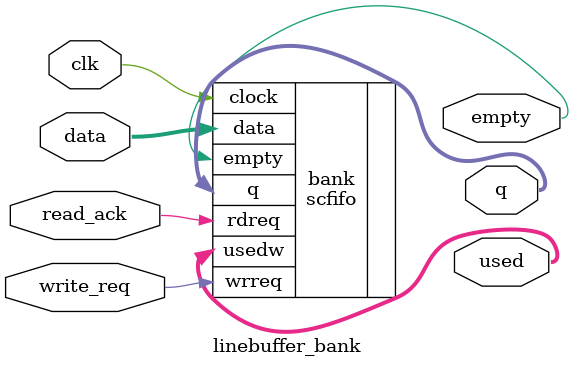
<source format=v>
module linebuffer (
    input wire clk_vid,

    input wire vsync_in,
    input wire hsync_in,

    input wire ce_pix,
    input wire disable_pix,
    input wire [23:0] rgb_in,

    output wire vsync_out,
    output wire hsync_out,
	 output   reg [2:0] slot,
    output reg de,
    output reg [23:0] rgb_out
);

  // If 0, outputting bank 0, writing bank 1
  // If 1, outputting bank 1, writing bank 0
  reg output_bank_select = 0;

  reg bank_read_ack;
  reg bank_write;

  wire [23:0] bank0_q;
  wire [23:0] bank1_q;

  wire [9:0] bank0_used;
  wire [9:0] bank1_used;

  wire bank0_empty;
  wire bank1_empty;

  linebuffer_bank bank0 (
      .clk(clk_vid),

      .data(rgb_in),
      .read_ack(bank_read_ack && ~output_bank_select),
      .write_req(bank_write && output_bank_select),

      .q(bank0_q),
      .empty(bank0_empty),
      .used(bank0_used)
  );

  linebuffer_bank bank1 (
      .clk(clk_vid),

      .data(rgb_in),
      .read_ack(bank_read_ack && output_bank_select),
      .write_req(bank_write && ~output_bank_select),

      .q(bank1_q),
      .empty(bank1_empty),
      .used(bank1_used)
  );

  wire bank_empty = output_bank_select ? bank1_empty : bank0_empty;
  wire [23:0] bank_q = output_bank_select ? bank1_q : bank0_q;
  wire [9:0] bank_line_width = ~output_bank_select ? bank1_used : bank0_used;

  // Incoming video data
  reg prev_hsync_in = 0;
  reg prev_vsync_in = 0;
  reg prev_disable_pix = 0;

  /// The number of pixels drawn in the last line (latched)
  reg [9:0] output_line_width;
  /// The number of lines drawn (only content, not empty)
  reg [9:0] output_line;

  reg [3:0] enable_delay = 0;
  reg [3:0] border_delay = 0;

  reg line_224 = 0;
  reg [9:0] expected_line_count = 0;

  always @(posedge clk_vid) begin
    prev_hsync_in <= hsync_in;
    prev_vsync_in <= vsync_in;
    prev_disable_pix <= disable_pix;

    bank_write <= 0;

    if (vsync_in && ~prev_vsync_in) begin
      line_224 <= output_line < 231;
      expected_line_count <= output_line < 231 ? 224 : 240;
    end

    if (hsync_in && ~prev_hsync_in) begin
      // Hsync, switch banks
      output_bank_select <= ~output_bank_select;

      // Latch width of new output bank
      output_line_width  <= bank_line_width > 0 ? bank_line_width : output_line_width;
    end

    // Handle the weird timing of borders
    if (~disable_pix && prev_disable_pix) begin
      // Falling edge of border
      enable_delay <= 3;
    end else if (disable_pix && ~prev_disable_pix) begin
      // Rising edge of border
      border_delay <= 4;
    end else if (ce_pix) begin
      if (border_delay > 0) begin
        border_delay <= border_delay - 1;
      end

      if (~disable_pix || border_delay > 0) begin
        if (enable_delay > 0) begin
          enable_delay <= enable_delay - 1;
        end else begin
          // Delay finished, draw pixel
          bank_write <= 1;
        end
      end
    end
  end

  // Outgoing video data
  reg prev_de = 0;

  reg [3:0] hs_delay = 0;
  reg [8:0] border_start_offset = 0;
  reg [8:0] border_end_offset = 0;
  reg line_started = 0;
  reg prev_line_started = 0;

  /// Whether or not this line is empty
  reg line_empty = 0;
  /// The number of "empty" (black) lines drawn
  reg [9:0] line_empty_count = 0;

  /// Total lines drawn to the screen (including empty black lines)
  reg [9:0] total_rendered_count;

  reg [9:0] expected_line_width;


  always @(*) begin
    if (output_line_width < 280) begin
      expected_line_width <= 10'd256;
      slot <= 0;
    end else if (output_line_width < 380) begin
      expected_line_width <= 10'd360;
      slot <= 1;
    end else begin
      expected_line_width <= 10'd512;
      slot <= 2;
    end
  end

  wire [9:0] width_diff = expected_line_width > output_line_width ? expected_line_width - output_line_width : 0  /* synthesis keep */;
  // Divide by 2 and round up
  wire [8:0] calculated_border = width_diff[0] ? width_diff[9:1] + 1 : width_diff[9:1]  /* synthesis keep */;

  wire [23:0] video_slot_rgb = {7'b0, slot, line_224, 10'b0, 3'b0};

  always @(posedge clk_vid) begin
    bank_read_ack <= 0;
    de <= 0;
    rgb_out <= 0;

    if (hs_delay > 0) begin
      hs_delay <= hs_delay - 1;
    end

    if (~prev_vsync_in && vsync_in) begin
      // Reset line_started
      line_started <= 0;

      prev_line_started <= 0;
      total_rendered_count <= 0;
      output_line <= 0;
    end else if (~prev_hsync_in && hsync_in) begin
      // HSync went high. Delay by 6 vid cycles to prevent overlapping with VSync
      hs_delay <= 15;
      line_started <= 0;

      prev_line_started <= line_started;

      border_start_offset <= 0;
      border_end_offset <= 0;

      line_empty <= 0;
      line_empty_count <= 0;
    end

    if (hs_delay == 1 && bank_empty && prev_line_started && total_rendered_count < expected_line_count) begin
      // Right before draw, and no pixels, and previous line drew. This line will be empty
      line_empty <= 1;
      total_rendered_count <= total_rendered_count + 1;
    end

    if (line_empty && line_empty_count < expected_line_width) begin
      // Empty line, draw pixels up until expected_line_width
      de <= 1;
      rgb_out <= 0;
      line_started <= 1;
      // Make sure we don't draw extra border pixels
      border_end_offset <= calculated_border;

      line_empty_count <= line_empty_count + 1;
    end else if (calculated_border == 0 && hs_delay == 1 && ~bank_empty) begin
      // If no border, set read ack high one pixel early
      bank_read_ack <= 1;
      total_rendered_count <= total_rendered_count + 1;
      output_line <= output_line + 1;
    end else if (hs_delay == 0 && ~bank_empty) begin
      // Write out video data
      de <= 1;

      // Track whether we've written pixels
      line_started <= 1;

      if (border_start_offset < calculated_border) begin
        // Draw black bars to center video
        if (border_start_offset == calculated_border - 1) begin
          // Set high one pixel early
          bank_read_ack <= 1;
          total_rendered_count <= total_rendered_count + 1;
          output_line <= output_line + 1;
        end
        border_start_offset <= border_start_offset + 1;

        rgb_out <= 0;
      end else begin
        bank_read_ack <= 1;

        rgb_out <= bank_q;
      end
    end else if (line_started && bank_empty && border_end_offset < calculated_border) begin
      // We've exhausted the line buffer, write black until we're done
      border_end_offset <= border_end_offset + 1;

      de <= 1;
      rgb_out <= 0;
    end else if (prev_de) begin
      // Falling edge of de
      rgb_out <= video_slot_rgb;
    end

    prev_de <= de;
  end

  // Hsync delayed by 6 cycles
  assign hsync_out = hs_delay == 15 - 6;
  assign vsync_out = vsync_in && ~prev_vsync_in;

endmodule

module linebuffer_bank (
    input wire clk,

    input wire [23:0] data,
    input wire read_ack,
    input wire write_req,

    output wire [23:0] q,
    output wire empty,
    output wire [9:0] used
);
  scfifo bank (
      .clock(clk),
      .data(data),
      .rdreq(read_ack),
      .wrreq(write_req),
      .empty(empty),
      // .full(sub_wire1),
      .q(q),
      .usedw(used)
  );
  defparam bank.add_ram_output_register = "ON", bank.intended_device_family = "Cyclone V",
      bank.lpm_numwords = 1024, bank.lpm_showahead = "ON", bank.lpm_type = "scfifo",
      bank.lpm_width = 24, bank.lpm_widthu = 10, bank.overflow_checking = "ON",
      bank.underflow_checking = "ON", bank.use_eab = "ON";

endmodule

</source>
